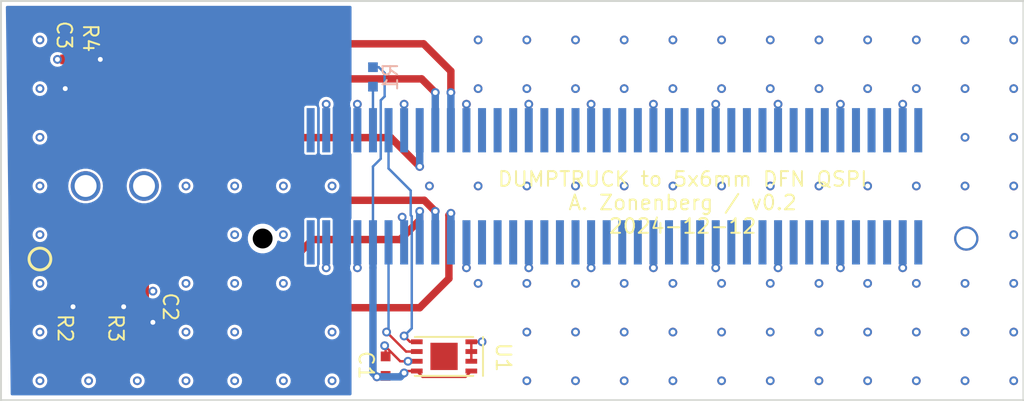
<source format=kicad_pcb>
(kicad_pcb (version 20240108) (generator "pcbnew") (generator_version "8.0")
  (layers (0 "F.Cu" signal) (1 "In1.Cu" signal) (2 "In2.Cu" signal) (31 "B.Cu" signal) (34 "B.Paste" user) (35 "F.Paste" user) (36 "B.SilkS" user "B.Silkscreen") (37 "F.SilkS" user "F.Silkscreen") (38 "B.Mask" user) (39 "F.Mask" user) (44 "Edge.Cuts" user))
  (net 0 "")
  (net 1 "/GND")
  (net 2 "/3V3_EEPROM")
  (net 3 "/VCC")
  (net 11 "/QSPI_DQ0")
  (net 31 "/QSPI_CS_N")
  (net 32 "/QSPI_DQ3")
  (net 40 "/QSPI_DQ1")
  (net 42 "/QSPI_SCK")
  (net 45 "/EEPROM_SDA")
  (net 51 "Net-(J1B-PRESENT)")
  (net 54 "/EEPROM_SCL")
  (net 55 "/QSPI_DQ2")
  (footprint "azonenberg_pcb:DFN_8_SOCKET_MOLDED_5x6MM" (layer "F.Cu") (at 68.25 72.5)
    (property "Reference" "U2" (hide yes))
    (property "Value" "DUT_SOCKET" (hide yes))
    (fp_circle (center -3.25 3.75) (end -2.75 4) (stroke (width 0.15)) (fill none) (layer "F.SilkS"))
    (pad "" np_thru_hole circle (at -0.905 0) (size 1.524 1.524) (drill 1.125) (layers "F&B.Cu" "*.Mask"))
    (pad "" np_thru_hole circle (at 2.095 0) (size 1.524 1.524) (drill 1.125) (layers "F&B.Cu" "*.Mask"))
    (pad "1" smd rect (at -1.905 3.65) (size 0.65 1.7) (layers "F.Cu" "F.Paste" "F.Mask") (net 31 "/QSPI_CS_N"))
    (pad "2" smd rect (at -0.635 3.65) (size 0.65 1.7) (layers "F.Cu" "F.Paste" "F.Mask") (net 40 "/QSPI_DQ1"))
    (pad "3" smd rect (at 0.635 3.65) (size 0.65 1.7) (layers "F.Cu" "F.Paste" "F.Mask") (net 55 "/QSPI_DQ2"))
    (pad "4" smd rect (at 1.905 3.65) (size 0.65 1.7) (layers "F.Cu" "F.Paste" "F.Mask") (net 1 "/GND"))
    (pad "5" smd rect (at 1.905 -3.65) (size 0.65 1.7) (layers "F.Cu" "F.Paste" "F.Mask") (net 11 "/QSPI_DQ0"))
    (pad "6" smd rect (at 0.635 -3.65) (size 0.65 1.7) (layers "F.Cu" "F.Paste" "F.Mask") (net 42 "/QSPI_SCK"))
    (pad "7" smd rect (at -0.635 -3.65) (size 0.65 1.7) (layers "F.Cu" "F.Paste" "F.Mask") (net 32 "/QSPI_DQ3"))
    (pad "8" smd rect (at -1.905 -3.65) (size 0.65 1.7) (layers "F.Cu" "F.Paste" "F.Mask") (net 3 "/VCC"))
  )
  (footprint "azonenberg_pcb:EIA_0402_RES_NOSILK" (layer "F.Cu") (at 66.3 78.2 -90)
    (property "Reference" "R2" (at 1.6 0 -90) (layer "F.SilkS") (effects (font (size 0.75 0.75) (thickness 0.1))))
    (property "Value" "10K" (hide yes))
    (pad "1" smd rect (at -0.499999 0 270) (size 0.5 0.5) (layers "F.Cu" "F.Paste" "F.Mask") (net 31 "/QSPI_CS_N"))
    (pad "2" smd rect (at 0.499999 0 270) (size 0.5 0.5) (layers "F.Cu" "F.Paste" "F.Mask") (net 3 "/VCC"))
  )
  (footprint "azonenberg_pcb:EIA_0402_CAP_NOSILK" (layer "F.Cu") (at 66.3 66.5 90)
    (property "Reference" "C3" (at 1.749999 -0.05 -90) (layer "F.SilkS") (effects (font (size 0.75 0.75) (thickness 0.1))))
    (property "Value" "0.47 uF" (hide yes))
    (pad "1" smd rect (at -0.499999 0 90) (size 0.5 0.5) (layers "F.Cu" "F.Paste" "F.Mask") (net 3 "/VCC"))
    (pad "2" smd rect (at 0.499999 0 90) (size 0.5 0.5) (layers "F.Cu" "F.Paste" "F.Mask") (net 1 "/GND"))
  )
  (footprint "azonenberg_pcb:EIA_0603_CAP_NOSILK" (layer "F.Cu") (at 70.2 78.7 90)
    (property "Reference" "C2" (at 0 1.5 -90) (layer "F.SilkS") (effects (font (size 0.75 0.75) (thickness 0.1))))
    (property "Value" "4.7 uF" (hide yes))
    (pad "1" smd rect (at -0.75 0 90) (size 0.8 0.8) (layers "F.Cu" "F.Paste" "F.Mask") (net 3 "/VCC"))
    (pad "2" smd rect (at 0.75 0 90) (size 0.8 0.8) (layers "F.Cu" "F.Paste" "F.Mask") (net 1 "/GND"))
  )
  (footprint "azonenberg_pcb:EIA_0402_CAP_NOSILK" (layer "F.Cu") (at 82.75 81.75 90)
    (property "Reference" "C1" (at 0.05 -1 -90) (layer "F.SilkS") (effects (font (size 0.75 0.75) (thickness 0.1))))
    (property "Value" "0.47 uF" (hide yes))
    (pad "1" smd rect (at -0.499999 0 90) (size 0.5 0.5) (layers "F.Cu" "F.Paste" "F.Mask") (net 2 "/3V3_EEPROM"))
    (pad "2" smd rect (at 0.499999 0 90) (size 0.5 0.5) (layers "F.Cu" "F.Paste" "F.Mask") (net 1 "/GND"))
  )
  (footprint "azonenberg_pcb:EIA_0402_RES_NOSILK" (layer "F.Cu") (at 67.6 66.5 90)
    (property "Reference" "R4" (at 1.6 0 -90) (layer "F.SilkS") (effects (font (size 0.75 0.75) (thickness 0.1))))
    (property "Value" "10K" (hide yes))
    (pad "1" smd rect (at -0.499999 0 90) (size 0.5 0.5) (layers "F.Cu" "F.Paste" "F.Mask") (net 32 "/QSPI_DQ3"))
    (pad "2" smd rect (at 0.499999 0 90) (size 0.5 0.5) (layers "F.Cu" "F.Paste" "F.Mask") (net 3 "/VCC"))
  )
  (footprint "azonenberg_pcb:DFN_8_0.5MM_2x3MM_TALL" (layer "F.Cu") (at 85.75 81.25 90)
    (property "Reference" "U1" (at -0.05 3.05 -90) (layer "F.SilkS") (effects (font (size 0.75 0.75) (thickness 0.1))))
    (property "Value" "M24C02-RMC6TG" (hide yes))
    (fp_line (start 1 -1.5) (end 1 1.5) (stroke (width 0.1)) (layer "F.SilkS"))
    (fp_line (start -1 -1.5) (end -1 1.5) (stroke (width 0.1)) (layer "F.SilkS"))
    (fp_line (start -1 2) (end 1 2) (stroke (width 0.1)) (layer "F.SilkS"))
    (pad "1" smd rect (at -0.750001 1.4 90) (size 0.25 0.6) (layers "F.Cu" "F.Paste" "F.Mask") (net 2 "/3V3_EEPROM"))
    (pad "2" smd rect (at -0.25 1.4 90) (size 0.25 0.6) (layers "F.Cu" "F.Paste" "F.Mask") (net 1 "/GND"))
    (pad "3" smd rect (at 0.25 1.4 90) (size 0.25 0.6) (layers "F.Cu" "F.Paste" "F.Mask") (net 1 "/GND"))
    (pad "4" smd rect (at 0.750001 1.4 90) (size 0.25 0.6) (layers "F.Cu" "F.Paste" "F.Mask") (net 1 "/GND"))
    (pad "5" smd rect (at 0.750001 -1.4 90) (size 0.25 0.6) (layers "F.Cu" "F.Paste" "F.Mask") (net 45 "/EEPROM_SDA"))
    (pad "6" smd rect (at 0.25 -1.4 90) (size 0.25 0.6) (layers "F.Cu" "F.Paste" "F.Mask") (net 54 "/EEPROM_SCL"))
    (pad "7" smd rect (at -0.25 -1.4 90) (size 0.25 0.6) (layers "F.Cu" "F.Paste" "F.Mask") (net 1 "/GND"))
    (pad "8" smd rect (at -0.750001 -1.4 90) (size 0.25 0.6) (layers "F.Cu" "F.Paste" "F.Mask") (net 2 "/3V3_EEPROM"))
    (pad "PAD" smd rect (at 0 0 90) (size 1.4 1.4) (layers "F.Cu" "F.Mask"))
  )
  (footprint "azonenberg_pcb:EIA_0402_RES_NOSILK" (layer "F.Cu") (at 68.9 78.2 -90)
    (property "Reference" "R3" (at 1.6 0 -90) (layer "F.SilkS") (effects (font (size 0.75 0.75) (thickness 0.1))))
    (property "Value" "10K" (hide yes))
    (pad "1" smd rect (at -0.499999 0 270) (size 0.5 0.5) (layers "F.Cu" "F.Paste" "F.Mask") (net 55 "/QSPI_DQ2"))
    (pad "2" smd rect (at 0.499999 0 270) (size 0.5 0.5) (layers "F.Cu" "F.Paste" "F.Mask") (net 3 "/VCC"))
  )
  (footprint "azonenberg_pcb:EIA_0402_RES_NOSILK" (layer "B.Cu") (at 82.1 66.9 -90)
    (property "Reference" "R1" (at 0 -0.9 90) (layer "B.SilkS") (effects (font (size 0.75 0.75) (thickness 0.1)) (justify mirror)))
    (property "Value" "0" (hide yes))
    (pad "1" smd rect (at -0.499999 0 270) (size 0.5 0.5) (layers "B.Cu" "B.Paste" "B.Mask") (net 2 "/3V3_EEPROM"))
    (pad "2" smd rect (at 0.499999 0 270) (size 0.5 0.5) (layers "B.Cu" "B.Paste" "B.Mask") (net 51 "Net-(J1B-PRESENT)"))
  )
  (footprint "azonenberg_pcb:CONN_SAMTEC_BSE-040-01-L-D-A-TR" (layer "B.Cu") (at 94.5 72.5)
    (property "Reference" "J1" (hide yes))
    (property "Value" "CONN_DUMPTRUCK_DEVICE" (hide yes))
    (pad "" np_thru_hole circle (at -18.064 2.6965) (size 1.25 1.25) (drill 1.02) (layers "Dwgs.User"))
    (pad "" np_thru_hole circle (at 18.064 2.6965) (size 1.25 1.25) (drill 1.016) (layers "F&B.Cu" "Dwgs.User"))
    (pad "1" smd rect (at -15.6 -2.8635) (size 0.41 2.273) (layers "B.Cu" "B.Paste" "B.Mask"))
    (pad "2" smd rect (at -15.6 2.8935) (size 0.41 2.273) (layers "B.Cu" "B.Paste" "B.Mask"))
    (pad "3" smd rect (at -14.8 -2.8635) (size 0.41 2.273) (layers "B.Cu" "B.Paste" "B.Mask") (net 1 "/GND"))
    (pad "4" smd rect (at -14.8 2.8935) (size 0.41 2.273) (layers "B.Cu" "B.Paste" "B.Mask") (net 1 "/GND"))
    (pad "5" smd rect (at -14 -2.8635) (size 0.41 2.273) (layers "B.Cu" "B.Paste" "B.Mask") (net 3 "/VCC"))
    (pad "6" smd rect (at -14 2.8935) (size 0.41 2.273) (layers "B.Cu" "B.Paste" "B.Mask") (net 3 "/VCC"))
    (pad "7" smd rect (at -13.2 -2.8635) (size 0.41 2.273) (layers "B.Cu" "B.Paste" "B.Mask") (net 1 "/GND"))
    (pad "8" smd rect (at -13.2 2.8935) (size 0.41 2.273) (layers "B.Cu" "B.Paste" "B.Mask") (net 1 "/GND"))
    (pad "9" smd rect (at -12.4 -2.8635) (size 0.41 2.273) (layers "B.Cu" "B.Paste" "B.Mask") (net 51 "Net-(J1B-PRESENT)"))
    (pad "10" smd rect (at -12.4 2.8935) (size 0.41 2.273) (layers "B.Cu" "B.Paste" "B.Mask") (net 2 "/3V3_EEPROM"))
    (pad "11" smd rect (at -11.6 -2.8635) (size 0.41 2.273) (layers "B.Cu" "B.Paste" "B.Mask") (net 45 "/EEPROM_SDA"))
    (pad "12" smd rect (at -11.6 2.8935) (size 0.41 2.273) (layers "B.Cu" "B.Paste" "B.Mask") (net 54 "/EEPROM_SCL"))
    (pad "13" smd rect (at -10.8 -2.8635) (size 0.41 2.273) (layers "B.Cu" "B.Paste" "B.Mask") (net 1 "/GND"))
    (pad "14" smd rect (at -10.8 2.8935) (size 0.41 2.273) (layers "B.Cu" "B.Paste" "B.Mask") (net 1 "/GND"))
    (pad "15" smd rect (at -10 -2.8635) (size 0.41 2.273) (layers "B.Cu" "B.Paste" "B.Mask") (net 42 "/QSPI_SCK"))
    (pad "16" smd rect (at -10 2.8935) (size 0.41 2.273) (layers "B.Cu" "B.Paste" "B.Mask") (net 55 "/QSPI_DQ2"))
    (pad "17" smd rect (at -9.2 -2.8635) (size 0.41 2.273) (layers "B.Cu" "B.Paste" "B.Mask") (net 11 "/QSPI_DQ0"))
    (pad "18" smd rect (at -9.2 2.8935) (size 0.41 2.273) (layers "B.Cu" "B.Paste" "B.Mask") (net 40 "/QSPI_DQ1"))
    (pad "19" smd rect (at -8.4 -2.8635) (size 0.41 2.273) (layers "B.Cu" "B.Paste" "B.Mask") (net 32 "/QSPI_DQ3"))
    (pad "20" smd rect (at -8.4 2.8935) (size 0.41 2.273) (layers "B.Cu" "B.Paste" "B.Mask") (net 31 "/QSPI_CS_N"))
    (pad "21" smd rect (at -7.6 -2.8635) (size 0.41 2.273) (layers "B.Cu" "B.Paste" "B.Mask") (net 1 "/GND"))
    (pad "22" smd rect (at -7.6 2.8935) (size 0.41 2.273) (layers "B.Cu" "B.Paste" "B.Mask") (net 1 "/GND"))
    (pad "23" smd rect (at -6.8 -2.8635) (size 0.41 2.273) (layers "B.Cu" "B.Paste" "B.Mask"))
    (pad "24" smd rect (at -6.8 2.8935) (size 0.41 2.273) (layers "B.Cu" "B.Paste" "B.Mask"))
    (pad "25" smd rect (at -6 -2.8635) (size 0.41 2.273) (layers "B.Cu" "B.Paste" "B.Mask"))
    (pad "26" smd rect (at -6 2.8935) (size 0.41 2.273) (layers "B.Cu" "B.Paste" "B.Mask"))
    (pad "27" smd rect (at -5.2 -2.8635) (size 0.41 2.273) (layers "B.Cu" "B.Paste" "B.Mask"))
    (pad "28" smd rect (at -5.2 2.8935) (size 0.41 2.273) (layers "B.Cu" "B.Paste" "B.Mask"))
    (pad "29" smd rect (at -4.4 -2.8635) (size 0.41 2.273) (layers "B.Cu" "B.Paste" "B.Mask") (net 1 "/GND"))
    (pad "30" smd rect (at -4.4 2.8935) (size 0.41 2.273) (layers "B.Cu" "B.Paste" "B.Mask") (net 1 "/GND"))
    (pad "31" smd rect (at -3.6 -2.8635) (size 0.41 2.273) (layers "B.Cu" "B.Paste" "B.Mask"))
    (pad "32" smd rect (at -3.6 2.8935) (size 0.41 2.273) (layers "B.Cu" "B.Paste" "B.Mask"))
    (pad "33" smd rect (at -2.8 -2.8635) (size 0.41 2.273) (layers "B.Cu" "B.Paste" "B.Mask"))
    (pad "34" smd rect (at -2.8 2.8935) (size 0.41 2.273) (layers "B.Cu" "B.Paste" "B.Mask"))
    (pad "35" smd rect (at -2 -2.8635) (size 0.41 2.273) (layers "B.Cu" "B.Paste" "B.Mask"))
    (pad "36" smd rect (at -2 2.8935) (size 0.41 2.273) (layers "B.Cu" "B.Paste" "B.Mask"))
    (pad "37" smd rect (at -1.2 -2.8635) (size 0.41 2.273) (layers "B.Cu" "B.Paste" "B.Mask") (net 1 "/GND"))
    (pad "38" smd rect (at -1.2 2.8935) (size 0.41 2.273) (layers "B.Cu" "B.Paste" "B.Mask") (net 1 "/GND"))
    (pad "39" smd rect (at -0.4 -2.8635) (size 0.41 2.273) (layers "B.Cu" "B.Paste" "B.Mask"))
    (pad "40" smd rect (at -0.4 2.8935) (size 0.41 2.273) (layers "B.Cu" "B.Paste" "B.Mask"))
    (pad "41" smd rect (at 0.4 -2.8635) (size 0.41 2.273) (layers "B.Cu" "B.Paste" "B.Mask"))
    (pad "42" smd rect (at 0.4 2.8935) (size 0.41 2.273) (layers "B.Cu" "B.Paste" "B.Mask"))
    (pad "43" smd rect (at 1.2 -2.8635) (size 0.41 2.273) (layers "B.Cu" "B.Paste" "B.Mask"))
    (pad "44" smd rect (at 1.2 2.8935) (size 0.41 2.273) (layers "B.Cu" "B.Paste" "B.Mask"))
    (pad "45" smd rect (at 2 -2.8635) (size 0.41 2.273) (layers "B.Cu" "B.Paste" "B.Mask") (net 1 "/GND"))
    (pad "46" smd rect (at 2 2.8935) (size 0.41 2.273) (layers "B.Cu" "B.Paste" "B.Mask") (net 1 "/GND"))
    (pad "47" smd rect (at 2.8 -2.8635) (size 0.41 2.273) (layers "B.Cu" "B.Paste" "B.Mask"))
    (pad "48" smd rect (at 2.8 2.8935) (size 0.41 2.273) (layers "B.Cu" "B.Paste" "B.Mask"))
    (pad "49" smd rect (at 3.6 -2.8635) (size 0.41 2.273) (layers "B.Cu" "B.Paste" "B.Mask"))
    (pad "50" smd rect (at 3.6 2.8935) (size 0.41 2.273) (layers "B.Cu" "B.Paste" "B.Mask"))
    (pad "51" smd rect (at 4.4 -2.8635) (size 0.41 2.273) (layers "B.Cu" "B.Paste" "B.Mask"))
    (pad "52" smd rect (at 4.4 2.8935) (size 0.41 2.273) (layers "B.Cu" "B.Paste" "B.Mask"))
    (pad "53" smd rect (at 5.2 -2.8635) (size 0.41 2.273) (layers "B.Cu" "B.Paste" "B.Mask") (net 1 "/GND"))
    (pad "54" smd rect (at 5.2 2.8935) (size 0.41 2.273) (layers "B.Cu" "B.Paste" "B.Mask") (net 1 "/GND"))
    (pad "55" smd rect (at 6 -2.8635) (size 0.41 2.273) (layers "B.Cu" "B.Paste" "B.Mask"))
    (pad "56" smd rect (at 6 2.8935) (size 0.41 2.273) (layers "B.Cu" "B.Paste" "B.Mask"))
    (pad "57" smd rect (at 6.8 -2.8635) (size 0.41 2.273) (layers "B.Cu" "B.Paste" "B.Mask"))
    (pad "58" smd rect (at 6.8 2.8935) (size 0.41 2.273) (layers "B.Cu" "B.Paste" "B.Mask"))
    (pad "59" smd rect (at 7.6 -2.8635) (size 0.41 2.273) (layers "B.Cu" "B.Paste" "B.Mask"))
    (pad "60" smd rect (at 7.6 2.8935) (size 0.41 2.273) (layers "B.Cu" "B.Paste" "B.Mask"))
    (pad "61" smd rect (at 8.4 -2.8635) (size 0.41 2.273) (layers "B.Cu" "B.Paste" "B.Mask") (net 1 "/GND"))
    (pad "62" smd rect (at 8.4 2.8935) (size 0.41 2.273) (layers "B.Cu" "B.Paste" "B.Mask") (net 1 "/GND"))
    (pad "63" smd rect (at 9.2 -2.8635) (size 0.41 2.273) (layers "B.Cu" "B.Paste" "B.Mask"))
    (pad "64" smd rect (at 9.2 2.8935) (size 0.41 2.273) (layers "B.Cu" "B.Paste" "B.Mask"))
    (pad "65" smd rect (at 10 -2.8635) (size 0.41 2.273) (layers "B.Cu" "B.Paste" "B.Mask"))
    (pad "66" smd rect (at 10 2.8935) (size 0.41 2.273) (layers "B.Cu" "B.Paste" "B.Mask"))
    (pad "67" smd rect (at 10.8 -2.8635) (size 0.41 2.273) (layers "B.Cu" "B.Paste" "B.Mask"))
    (pad "68" smd rect (at 10.8 2.8935) (size 0.41 2.273) (layers "B.Cu" "B.Paste" "B.Mask"))
    (pad "69" smd rect (at 11.6 -2.8635) (size 0.41 2.273) (layers "B.Cu" "B.Paste" "B.Mask") (net 1 "/GND"))
    (pad "70" smd rect (at 11.6 2.8935) (size 0.41 2.273) (layers "B.Cu" "B.Paste" "B.Mask") (net 1 "/GND"))
    (pad "71" smd rect (at 12.4 -2.8635) (size 0.41 2.273) (layers "B.Cu" "B.Paste" "B.Mask"))
    (pad "72" smd rect (at 12.4 2.8935) (size 0.41 2.273) (layers "B.Cu" "B.Paste" "B.Mask"))
    (pad "73" smd rect (at 13.2 -2.8635) (size 0.41 2.273) (layers "B.Cu" "B.Paste" "B.Mask"))
    (pad "74" smd rect (at 13.2 2.8935) (size 0.41 2.273) (layers "B.Cu" "B.Paste" "B.Mask"))
    (pad "75" smd rect (at 14 -2.8635) (size 0.41 2.273) (layers "B.Cu" "B.Paste" "B.Mask"))
    (pad "76" smd rect (at 14 2.8935) (size 0.41 2.273) (layers "B.Cu" "B.Paste" "B.Mask"))
    (pad "77" smd rect (at 14.8 -2.8635) (size 0.41 2.273) (layers "B.Cu" "B.Paste" "B.Mask") (net 1 "/GND"))
    (pad "78" smd rect (at 14.8 2.8935) (size 0.41 2.273) (layers "B.Cu" "B.Paste" "B.Mask") (net 1 "/GND"))
    (pad "79" smd rect (at 15.6 -2.8635) (size 0.41 2.273) (layers "B.Cu" "B.Paste" "B.Mask"))
    (pad "80" smd rect (at 15.6 2.8935) (size 0.41 2.273) (layers "B.Cu" "B.Paste" "B.Mask"))
  )
  (gr_rect (start 63 63) (end 115.5 83.5) (stroke (width 0.1)) (fill none) (layer "Edge.Cuts"))
  (gr_text "DUMPTRUCK to 5x6mm DFN QSPI\nA. Zonenberg / v0.2\n2024-12-12" (at 98 75 0) (layer "F.SilkS") (effects (font (size 0.75 0.75) (thickness 0.1)) (justify bottom)))
  (segment (start 65.900001 66.000001) (end 65.9 66) (width 0.381) (layer "F.Cu") (net 1))
  (segment (start 84.35 81.5) (end 83.9 81.5) (width 0.125) (layer "F.Cu") (net 1))
  (segment (start 87.15 81.5) (end 87.15 80.499999) (width 0.125) (layer "F.Cu") (net 1))
  (segment (start 82.75 80.75) (end 82.7 80.7) (width 0.125) (layer "F.Cu") (net 1))
  (segment (start 70.75 77.95) (end 70.8 77.9) (width 0.125) (layer "F.Cu") (net 1))
  (segment (start 83.5 81.5) (end 83.9 81.5) (width 0.125) (layer "F.Cu") (net 1))
  (segment (start 82.75 81.250001) (end 82.75 80.75) (width 0.125) (layer "F.Cu") (net 1))
  (segment (start 66.3 66.000001) (end 65.900001 66.000001) (width 0.381) (layer "F.Cu") (net 1))
  (segment (start 82.7 80.7) (end 83.5 81.5) (width 0.125) (layer "F.Cu") (net 1))
  (segment (start 70.2 77.95) (end 70.75 77.95) (width 0.125) (layer "F.Cu") (net 1))
  (segment (start 70.155 76.15) (end 70.155 77.905) (width 0.381) (layer "F.Cu") (net 1))
  (segment (start 87.7 80.5) (end 87.150001 80.5) (width 0.125) (layer "F.Cu") (net 1))
  (via (at 109.3 68.3) (size 0.45) (drill 0.25) (layers "F.Cu" "B.Cu") (net 1))
  (via (at 100 80) (size 0.45) (drill 0.25) (layers "F.Cu" "B.Cu") (net 1))
  (via (at 112.5 65) (size 0.45) (drill 0.25) (layers "F.Cu" "B.Cu") (net 1))
  (via (at 105 82.5) (size 0.45) (drill 0.25) (layers "F.Cu" "B.Cu") (net 1))
  (via (at 110 67.5) (size 0.45) (drill 0.25) (layers "F.Cu" "B.Cu") (net 1))
  (via (at 97.5 72.5) (size 0.45) (drill 0.25) (layers "F.Cu" "B.Cu") (net 1))
  (via (at 92.5 77.5) (size 0.45) (drill 0.25) (layers "F.Cu" "B.Cu") (net 1))
  (via (at 99.7 76.7) (size 0.45) (drill 0.25) (layers "F.Cu" "B.Cu") (net 1))
  (via (at 90 80) (size 0.45) (drill 0.25) (layers "F.Cu" "B.Cu") (net 1))
  (via (at 87.5 77.5) (size 0.45) (drill 0.25) (layers "F.Cu" "B.Cu") (net 1))
  (via (at 112.5 72.5) (size 0.45) (drill 0.25) (layers "F.Cu" "B.Cu") (net 1))
  (via (at 65 75) (size 0.45) (drill 0.25) (layers "F.Cu" "B.Cu") (net 1))
  (via (at 80 82.5) (size 0.45) (drill 0.25) (layers "F.Cu" "B.Cu") (net 1))
  (via (at 65 82.5) (size 0.45) (drill 0.25) (layers "F.Cu" "B.Cu") (net 1))
  (via (at 75 82.5) (size 0.45) (drill 0.25) (layers "F.Cu" "B.Cu") (net 1))
  (via (at 90 65) (size 0.45) (drill 0.25) (layers "F.Cu" "B.Cu") (net 1))
  (via (at 96.5 76.7) (size 0.45) (drill 0.25) (layers "F.Cu" "B.Cu") (net 1))
  (via (at 100 67.5) (size 0.45) (drill 0.25) (layers "F.Cu" "B.Cu") (net 1))
  (via (at 110 82.5) (size 0.45) (drill 0.25) (layers "F.Cu" "B.Cu") (net 1))
  (via (at 75 75) (size 0.45) (drill 0.25) (layers "F.Cu" "B.Cu") (net 1))
  (via (at 81.3 76.7) (size 0.45) (drill 0.25) (layers "F.Cu" "B.Cu") (net 1))
  (via (at 110 72.5) (size 0.45) (drill 0.25) (layers "F.Cu" "B.Cu") (net 1))
  (via (at 67.5 82.5) (size 0.45) (drill 0.25) (layers "F.Cu" "B.Cu") (net 1))
  (via (at 107.5 82.5) (size 0.45) (drill 0.25) (layers "F.Cu" "B.Cu") (net 1))
  (via (at 107.5 77.5) (size 0.45) (drill 0.25) (layers "F.Cu" "B.Cu") (net 1))
  (via (at 110 77.5) (size 0.45) (drill 0.25) (layers "F.Cu" "B.Cu") (net 1))
  (via (at 102.5 72.5) (size 0.45) (drill 0.25) (layers "F.Cu" "B.Cu") (net 1))
  (via (at 112.5 70) (size 0.45) (drill 0.25) (layers "F.Cu" "B.Cu") (net 1))
  (via (at 105 72.5) (size 0.45) (drill 0.25) (layers "F.Cu" "B.Cu") (net 1))
  (via (at 97.5 77.5) (size 0.45) (drill 0.25) (layers "F.Cu" "B.Cu") (net 1))
  (via (at 102.5 77.5) (size 0.45) (drill 0.25) (layers "F.Cu" "B.Cu") (net 1))
  (via (at 75 77.5) (size 0.45) (drill 0.25) (layers "F.Cu" "B.Cu") (net 1))
  (via (at 81.3 68.3) (size 0.45) (drill 0.25) (layers "F.Cu" "B.Cu") (net 1))
  (via (at 97.5 82.5) (size 0.45) (drill 0.25) (layers "F.Cu" "B.Cu") (net 1))
  (via (at 90 72.5) (size 0.45) (drill 0.25) (layers "F.Cu" "B.Cu") (net 1))
  (via (at 102.5 67.5) (size 0.45) (drill 0.25) (layers "F.Cu" "B.Cu") (net 1))
  (via (at 102.9 68.3) (size 0.45) (drill 0.25) (layers "F.Cu" "B.Cu") (net 1))
  (via (at 95 77.5) (size 0.45) (drill 0.25) (layers "F.Cu" "B.Cu") (net 1))
  (via (at 86.9 68.3) (size 0.45) (drill 0.25) (layers "F.Cu" "B.Cu") (net 1))
  (via (at 102.5 65) (size 0.45) (drill 0.25) (layers "F.Cu" "B.Cu") (net 1))
  (via (at 79.7 68.3) (size 0.45) (drill 0.25) (layers "F.Cu" "B.Cu") (net 1))
  (via (at 83.9 81.5) (size 0.45) (drill 0.25) (layers "F.Cu" "B.Cu") (net 1))
  (via (at 77.5 72.5) (size 0.45) (drill 0.25) (layers "F.Cu" "B.Cu") (net 1))
  (via (at 79.7 76.7) (size 0.45) (drill 0.25) (layers "F.Cu" "B.Cu") (net 1))
  (via (at 105 80) (size 0.45) (drill 0.25) (layers "F.Cu" "B.Cu") (net 1))
  (via (at 110 80) (size 0.45) (drill 0.25) (layers "F.Cu" "B.Cu") (net 1))
  (via (at 80 72.5) (size 0.45) (drill 0.25) (layers "F.Cu" "B.Cu") (net 1))
  (via (at 100 72.5) (size 0.45) (drill 0.25) (layers "F.Cu" "B.Cu") (net 1))
  (via (at 65 65) (size 0.45) (drill 0.25) (layers "F.Cu" "B.Cu") (net 1))
  (via (at 100 65) (size 0.45) (drill 0.25) (layers "F.Cu" "B.Cu") (net 1))
  (via (at 93.3 68.3) (size 0.45) (drill 0.25) (layers "F.Cu" "B.Cu") (net 1))
  (via (at 100 77.5) (size 0.45) (drill 0.25) (layers "F.Cu" "B.Cu") (net 1))
  (via (at 77.5 77.5) (size 0.45) (drill 0.25) (layers "F.Cu" "B.Cu") (net 1))
  (via (at 86.9 76.7) (size 0.45) (drill 0.25) (layers "F.Cu" "B.Cu") (net 1))
  (via (at 115 75) (size 0.45) (drill 0.25) (layers "F.Cu" "B.Cu") (net 1))
  (via (at 77.5 82.5) (size 0.45) (drill 0.25) (layers "F.Cu" "B.Cu") (net 1))
  (via (at 83.7 68.3) (size 0.45) (drill 0.25) (layers "F.Cu" "B.Cu") (net 1))
  (via (at 72.5 77.5) (size 0.45) (drill 0.25) (layers "F.Cu" "B.Cu") (net 1))
  (via (at 90 67.5) (size 0.45) (drill 0.25) (layers "F.Cu" "B.Cu") (net 1))
  (via (at 99.7 68.3) (size 0.45) (drill 0.25) (layers "F.Cu" "B.Cu") (net 1))
  (via (at 70.8 77.9) (size 0.45) (drill 0.25) (layers "F.Cu" "B.Cu") (net 1))
  (via (at 100 82.5) (size 0.45) (drill 0.25) (layers "F.Cu" "B.Cu") (net 1))
  (via (at 90.1 68.3) (size 0.45) (drill 0.25) (layers "F.Cu" "B.Cu") (net 1))
  (via (at 90 77.5) (size 0.45) (drill 0.25) (layers "F.Cu" "B.Cu") (net 1))
  (via (at 87.7 80.5) (size 0.45) (drill 0.25) (layers "F.Cu" "B.Cu") (net 1))
  (via (at 92.5 82.5) (size 0.45) (drill 0.25) (layers "F.Cu" "B.Cu") (net 1))
  (via (at 115 82.5) (size 0.45) (drill 0.25) (layers "F.Cu" "B.Cu") (net 1))
  (via (at 95 82.5) (size 0.45) (drill 0.25) (layers "F.Cu" "B.Cu") (net 1))
  (via (at 115 65) (size 0.45) (drill 0.25) (layers "F.Cu" "B.Cu") (net 1))
  (via (at 65 70) (size 0.45) (drill 0.25) (layers "F.Cu" "B.Cu") (net 1))
  (via (at 65 67.5) (size 0.45) (drill 0.25) (layers "F.Cu" "B.Cu") (net 1))
  (via (at 80 80) (size 0.45) (drill 0.25) (layers "F.Cu" "B.Cu") (net 1))
  (via (at 77.5 75) (size 0.45) (drill 0.25) (layers "F.Cu" "B.Cu") (net 1))
  (via (at 70 82.5) (size 0.45) (drill 0.25) (layers "F.Cu" "B.Cu") (net 1))
  (via (at 102.5 82.5) (size 0.45) (drill 0.25) (layers "F.Cu" "B.Cu") (net 1))
  (via (at 65 77.5) (size 0.45) (drill 0.25) (layers "F.Cu" "B.Cu") (net 1))
  (via (at 95 65) (size 0.45) (drill 0.25) (layers "F.Cu" "B.Cu") (net 1))
  (via (at 107.5 65) (size 0.45) (drill 0.25) (layers "F.Cu" "B.Cu") (net 1))
  (via (at 72.5 72.5) (size 0.45) (drill 0.25) (layers "F.Cu" "B.Cu") (net 1))
  (via (at 105 77.5) (size 0.45) (drill 0.25) (layers "F.Cu" "B.Cu") (net 1))
  (via (at 95 67.5) (size 0.45) (drill 0.25) (layers "F.Cu" "B.Cu") (net 1))
  (via (at 102.5 80) (size 0.45) (drill 0.25) (layers "F.Cu" "B.Cu") (net 1))
  (via (at 75 80) (size 0.45) (drill 0.25) (layers "F.Cu" "B.Cu") (net 1))
  (via (at 115 77.5) (size 0.45) (drill 0.25) (layers "F.Cu" "B.Cu") (net 1))
  (via (at 87.5 67.5) (size 0.45) (drill 0.25) (layers "F.Cu" "B.Cu") (net 1))
  (via (at 106.1 76.7) (size 0.45) (drill 0.25) (layers "F.Cu" "B.Cu") (net 1))
  (via (at 65 80) (size 0.45) (drill 0.25) (layers "F.Cu" "B.Cu") (net 1))
  (via (at 112.5 82.5) (size 0.45) (drill 0.25) (layers "F.Cu" "B.Cu") (net 1))
  (via (at 90.1 76.7) (size 0.45) (drill 0.25) (layers "F.Cu" "B.Cu") (net 1))
  (via (at 107.5 67.5) (size 0.45) (drill 0.25) (layers "F.Cu" "B.Cu") (net 1))
  (via (at 90 82.5) (size 0.45) (drill 0.25) (layers "F.Cu" "B.Cu") (net 1))
  (via (at 110 65) (size 0.45) (drill 0.25) (layers "F.Cu" "B.Cu") (net 1))
  (via (at 75 72.5) (size 0.45) (drill 0.25) (layers "F.Cu" "B.Cu") (net 1))
  (via (at 65 72.5) (size 0.45) (drill 0.25) (layers "F.Cu" "B.Cu") (net 1))
  (via (at 107.5 80) (size 0.45) (drill 0.25) (layers "F.Cu" "B.Cu") (net 1))
  (via (at 95 80) (size 0.45) (drill 0.25) (layers "F.Cu" "B.Cu") (net 1))
  (via (at 92.5 67.5) (size 0.45) (drill 0.25) (layers "F.Cu" "B.Cu") (net 1))
  (via (at 95 72.5) (size 0.45) (drill 0.25) (layers "F.Cu" "B.Cu") (net 1))
  (via (at 87.5 72.5) (size 0.45) (drill 0.25) (layers "F.Cu" "B.Cu") (net 1))
  (via (at 65.9 66) (size 0.45) (drill 0.25) (layers "F.Cu" "B.Cu") (net 1))
  (via (at 112.5 67.5) (size 0.45) (drill 0.25) (layers "F.Cu" "B.Cu") (net 1))
  (via (at 87.5 65) (size 0.45) (drill 0.25) (layers "F.Cu" "B.Cu") (net 1))
  (via (at 115 67.5) (size 0.45) (drill 0.25) (layers "F.Cu" "B.Cu") (net 1))
  (via (at 85 72.5) (size 0.45) (drill 0.25) (layers "F.Cu" "B.Cu") (net 1))
  (via (at 105 65) (size 0.45) (drill 0.25) (layers "F.Cu" "B.Cu") (net 1))
  (via (at 107.5 72.5) (size 0.45) (drill 0.25) (layers "F.Cu" "B.Cu") (net 1))
  (via (at 106.1 68.3) (size 0.45) (drill 0.25) (layers "F.Cu" "B.Cu") (net 1))
  (via (at 93.3 76.7) (size 0.45) (drill 0.25) (layers "F.Cu" "B.Cu") (net 1))
  (via (at 92.5 65) (size 0.45) (drill 0.25) (layers "F.Cu" "B.Cu") (net 1))
  (via (at 109.3 76.7) (size 0.45) (drill 0.25) (layers "F.Cu" "B.Cu") (net 1))
  (via (at 105 67.5) (size 0.45) (drill 0.25) (layers "F.Cu" "B.Cu") (net 1))
  (via (at 115 80) (size 0.45) (drill 0.25) (layers "F.Cu" "B.Cu") (net 1))
  (via (at 92.5 80) (size 0.45) (drill 0.25) (layers "F.Cu" "B.Cu") (net 1))
  (via (at 115 72.5) (size 0.45) (drill 0.25) (layers "F.Cu" "B.Cu") (net 1))
  (via (at 97.5 80) (size 0.45) (drill 0.25) (layers "F.Cu" "B.Cu") (net 1))
  (via (at 97.5 65) (size 0.45) (drill 0.25) (layers "F.Cu" "B.Cu") (net 1))
  (via (at 96.5 68.3) (size 0.45) (drill 0.25) (layers "F.Cu" "B.Cu") (net 1))
  (via (at 112.5 80) (size 0.45) (drill 0.25) (layers "F.Cu" "B.Cu") (net 1))
  (via (at 72.5 82.5) (size 0.45) (drill 0.25) (layers "F.Cu" "B.Cu") (net 1))
  (via (at 97.5 67.5) (size 0.45) (drill 0.25) (layers "F.Cu" "B.Cu") (net 1))
  (via (at 83.6 74.1) (size 0.45) (drill 0.25) (layers "F.Cu" "B.Cu") (net 1))
  (via (at 112.5 77.5) (size 0.45) (drill 0.25) (layers "F.Cu" "B.Cu") (net 1))
  (via (at 102.9 76.7) (size 0.45) (drill 0.25) (layers "F.Cu" "B.Cu") (net 1))
  (via (at 92.5 72.5) (size 0.45) (drill 0.25) (layers "F.Cu" "B.Cu") (net 1))
  (via (at 82.7 80.7) (size 0.45) (drill 0.25) (layers "F.Cu" "B.Cu") (net 1))
  (via (at 72.5 80) (size 0.45) (drill 0.25) (layers "F.Cu" "B.Cu") (net 1))
  (via (at 115 70) (size 0.45) (drill 0.25) (layers "F.Cu" "B.Cu") (net 1))
  (segment (start 83.7 69.6365) (end 83.7 68.3) (width 0.125) (layer "B.Cu") (net 1))
  (segment (start 93.299999 76.699999) (end 93.299999 75.3935) (width 0.125) (layer "B.Cu") (net 1))
  (segment (start 83.7 74.2) (end 83.6 74.1) (width 0.125) (layer "B.Cu") (net 1))
  (segment (start 90.1 68.3) (end 90.1 69.6365) (width 0.125) (layer "B.Cu") (net 1))
  (segment (start 106.1 68.3) (end 106.1 69.6365) (width 0.125) (layer "B.Cu") (net 1))
  (segment (start 83.7 75.3935) (end 83.7 74.2) (width 0.125) (layer "B.Cu") (net 1))
  (segment (start 99.7 68.3) (end 99.7 69.6365) (width 0.125) (layer "B.Cu") (net 1))
  (segment (start 99.7 76.7) (end 99.7 75.3935) (width 0.125) (layer "B.Cu") (net 1))
  (segment (start 93.3 68.3) (end 93.3 69.6365) (width 0.125) (layer "B.Cu") (net 1))
  (segment (start 81.3 76.7) (end 81.3 75.3935) (width 0.125) (layer "B.Cu") (net 1))
  (segment (start 106.1 76.7) (end 106.1 75.3935) (width 0.125) (layer "B.Cu") (net 1))
  (segment (start 93.3 76.7) (end 93.299999 76.699999) (width 0.125) (layer "B.Cu") (net 1))
  (segment (start 96.5 68.3) (end 96.5 69.6365) (width 0.125) (layer "B.Cu") (net 1))
  (segment (start 102.9 68.3) (end 102.9 69.6365) (width 0.125) (layer "B.Cu") (net 1))
  (segment (start 79.7 76.7) (end 79.7 75.3935) (width 0.125) (layer "B.Cu") (net 1))
  (segment (start 102.9 76.7) (end 102.9 75.393501) (width 0.125) (layer "B.Cu") (net 1))
  (segment (start 96.5 76.7) (end 96.5 75.3935) (width 0.125) (layer "B.Cu") (net 1))
  (segment (start 109.3 68.3) (end 109.3 69.6365) (width 0.125) (layer "B.Cu") (net 1))
  (segment (start 79.7 68.3) (end 79.7 69.6365) (width 0.125) (layer "B.Cu") (net 1))
  (segment (start 86.9 68.3) (end 86.9 69.6365) (width 0.125) (layer "B.Cu") (net 1))
  (segment (start 90.1 76.7) (end 90.1 75.3935) (width 0.125) (layer "B.Cu") (net 1))
  (segment (start 81.3 68.3) (end 81.3 69.6365) (width 0.125) (layer "B.Cu") (net 1))
  (segment (start 109.3 76.7) (end 109.3 75.3935) (width 0.125) (layer "B.Cu") (net 1))
  (segment (start 83.799999 82.000001) (end 83.7 82.1) (width 0.125) (layer "F.Cu") (net 2))
  (segment (start 86.850001 82.3) (end 87.15 82.000001) (width 0.125) (layer "F.Cu") (net 2))
  (segment (start 84.649999 82.3) (end 86.850001 82.3) (width 0.125) (layer "F.Cu") (net 2))
  (segment (start 82.3 82.3) (end 82.699999 82.3) (width 0.125) (layer "F.Cu") (net 2))
  (segment (start 82.75 82.249999) (end 83.550001 82.249999) (width 0.125) (layer "F.Cu") (net 2))
  (segment (start 83.550001 82.249999) (end 83.7 82.1) (width 0.125) (layer "F.Cu") (net 2))
  (segment (start 84.35 82.000001) (end 83.799999 82.000001) (width 0.125) (layer "F.Cu") (net 2))
  (segment (start 84.35 82.000001) (end 84.649999 82.3) (width 0.125) (layer "F.Cu") (net 2))
  (via (at 83.7 82.1) (size 0.45) (drill 0.25) (layers "F.Cu" "B.Cu") (net 2))
  (via (at 82.3 82.3) (size 0.45) (drill 0.25) (layers "F.Cu" "B.Cu") (net 2))
  (segment (start 82.1 82.1) (end 82.3 82.3) (width 0.381) (layer "B.Cu") (net 2))
  (segment (start 82.400001 66.400001) (end 82.1 66.400001) (width 0.125) (layer "B.Cu") (net 2))
  (segment (start 82.5 71.1) (end 82.5 68.1) (width 0.125) (layer "B.Cu") (net 2))
  (segment (start 82.7 66.7) (end 82.400001 66.400001) (width 0.125) (layer "B.Cu") (net 2))
  (segment (start 82.1 76.7) (end 82.1 75.3935) (width 0.381) (layer "B.Cu") (net 2))
  (segment (start 82.1 71.5) (end 82.5 71.1) (width 0.125) (layer "B.Cu") (net 2))
  (segment (start 82.099999 76.699999) (end 82.1 76.7) (width 0.125) (layer "B.Cu") (net 2))
  (segment (start 83.5 82.3) (end 83.7 82.1) (width 0.381) (layer "B.Cu") (net 2))
  (segment (start 82.3 82.3) (end 83.5 82.3) (width 0.381) (layer "B.Cu") (net 2))
  (segment (start 82.5 68.1) (end 82.7 67.9) (width 0.125) (layer "B.Cu") (net 2))
  (segment (start 82.1 76.7) (end 82.1 82.1) (width 0.381) (layer "B.Cu") (net 2))
  (segment (start 82.7 67.9) (end 82.7 66.7) (width 0.125) (layer "B.Cu") (net 2))
  (segment (start 82.1 75.3935) (end 82.1 71.5) (width 0.125) (layer "B.Cu") (net 2))
  (segment (start 82.099999 75.3935) (end 82.099999 76.699999) (width 0.125) (layer "B.Cu") (net 2))
  (segment (start 69.3 78.7) (end 68.900001 78.7) (width 0.125) (layer "F.Cu") (net 3))
  (segment (start 70.8 79.5) (end 70.25 79.5) (width 0.125) (layer "F.Cu") (net 3))
  (segment (start 66.3 66.999999) (end 66.3 68.805) (width 0.381) (layer "F.Cu") (net 3))
  (segment (start 66.7 78.7) (end 66.300001 78.7) (width 0.125) (layer "F.Cu") (net 3))
  (segment (start 67.6 66.000001) (end 68.099999 66.000001) (width 0.381) (layer "F.Cu") (net 3))
  (segment (start 68.099999 66.000001) (end 68.1 66) (width 0.381) (layer "F.Cu") (net 3))
  (via (at 66.7 78.7) (size 0.45) (drill 0.25) (layers "F.Cu" "B.Cu") (net 3))
  (via (at 70.8 79.5) (size 0.45) (drill 0.25) (layers "F.Cu" "B.Cu") (net 3))
  (via (at 69.3 78.7) (size 0.45) (drill 0.25) (layers "F.Cu" "B.Cu") (net 3))
  (via (at 66.3 67.5) (size 0.45) (drill 0.25) (layers "F.Cu" "B.Cu") (net 3))
  (via (at 68.1 66) (size 0.45) (drill 0.25) (layers "F.Cu" "B.Cu") (net 3))
  (segment (start 66.3 67.5) (end 66.3 69.7) (width 0.125) (layer "B.Cu") (net 3))
  (segment (start 69.3 78.7) (end 70.1 79.5) (width 0.125) (layer "B.Cu") (net 3))
  (segment (start 65.75 70.25) (end 65.75 77.75) (width 0.125) (layer "B.Cu") (net 3))
  (segment (start 80.5 69.6365) (end 80.5 75.3935) (width 0.125) (layer "B.Cu") (net 3))
  (segment (start 68.1 66) (end 67.8 66) (width 0.125) (layer "B.Cu") (net 3))
  (segment (start 66.75 78.75) (end 69.25 78.75) (width 0.125) (layer "B.Cu") (net 3))
  (segment (start 80.5 66.75) (end 79.75 66) (width 0.125) (layer "B.Cu") (net 3))
  (segment (start 66.3 69.7) (end 65.75 70.25) (width 0.125) (layer "B.Cu") (net 3))
  (segment (start 66.7 78.7) (end 66.75 78.75) (width 0.125) (layer "B.Cu") (net 3))
  (segment (start 65.75 77.75) (end 66.7 78.7) (width 0.125) (layer "B.Cu") (net 3))
  (segment (start 80.5 69.6365) (end 80.5 66.75) (width 0.125) (layer "B.Cu") (net 3))
  (segment (start 67.8 66) (end 66.3 67.5) (width 0.125) (layer "B.Cu") (net 3))
  (segment (start 78.8 79.5) (end 70.8 79.5) (width 0.125) (layer "B.Cu") (net 3))
  (segment (start 80.5 75.3935) (end 80.5 77.8) (width 0.125) (layer "B.Cu") (net 3))
  (segment (start 80.5 77.8) (end 78.8 79.5) (width 0.125) (layer "B.Cu") (net 3))
  (segment (start 69.25 78.75) (end 69.3 78.7) (width 0.125) (layer "B.Cu") (net 3))
  (segment (start 79.75 66) (end 68.1 66) (width 0.125) (layer "B.Cu") (net 3))
  (segment (start 70.1 79.5) (end 70.8 79.5) (width 0.125) (layer "B.Cu") (net 3))
  (segment (start 84.6 67) (end 85.3 67.7) (width 0.381) (layer "F.Cu") (net 11))
  (segment (start 84.6 67) (end 70.75 67) (width 0.381) (layer "F.Cu") (net 11))
  (segment (start 70.155 68.85) (end 70.155 67.595) (width 0.381) (layer "F.Cu") (net 11))
  (segment (start 70.155 67.595) (end 70.75 67) (width 0.381) (layer "F.Cu") (net 11))
  (via (at 85.3 67.7) (size 0.45) (drill 0.25) (layers "F.Cu" "B.Cu") (net 11))
  (segment (start 85.3 67.7) (end 85.3 69.6365) (width 0.381) (layer "B.Cu") (net 11))
  (segment (start 66.3 77.700001) (end 67.200001 77.700001) (width 0.381) (layer "F.Cu") (net 31))
  (segment (start 66.345 76.15) (end 66.345 77.655001) (width 0.381) (layer "F.Cu") (net 31))
  (segment (start 67.75 78.25) (end 67.75 80) (width 0.381) (layer "F.Cu") (net 31))
  (segment (start 86 77.25) (end 86 74) (width 0.381) (layer "F.Cu") (net 31))
  (segment (start 84.5 78.75) (end 86 77.25) (width 0.381) (layer "F.Cu") (net 31))
  (segment (start 67.75 80) (end 68.5 80.75) (width 0.381) (layer "F.Cu") (net 31))
  (segment (start 78.75 78.75) (end 84.5 78.75) (width 0.381) (layer "F.Cu") (net 31))
  (segment (start 86 74) (end 86.1 73.9) (width 0.381) (layer "F.Cu") (net 31))
  (segment (start 76.75 80.75) (end 78.75 78.75) (width 0.381) (layer "F.Cu") (net 31))
  (segment (start 68.5 80.75) (end 76.75 80.75) (width 0.381) (layer "F.Cu") (net 31))
  (segment (start 67.200001 77.700001) (end 67.75 78.25) (width 0.381) (layer "F.Cu") (net 31))
  (via (at 86.1 73.9) (size 0.45) (drill 0.25) (layers "F.Cu" "B.Cu") (net 31))
  (segment (start 86.1 73.9) (end 86.1 75.393499) (width 0.381) (layer "B.Cu") (net 31))
  (segment (start 67.6 66.999999) (end 68.700001 66.999999) (width 0.381) (layer "F.Cu") (net 32))
  (segment (start 68.700001 66.999999) (end 70.5 65.2) (width 0.381) (layer "F.Cu") (net 32))
  (segment (start 84.7 65.2) (end 86.1 66.6) (width 0.381) (layer "F.Cu") (net 32))
  (segment (start 84.7 65.2) (end 70.5 65.2) (width 0.381) (layer "F.Cu") (net 32))
  (segment (start 86.1 66.6) (end 86.1 67.7) (width 0.381) (layer "F.Cu") (net 32))
  (segment (start 67.6 66.999999) (end 67.6 68.835) (width 0.381) (layer "F.Cu") (net 32))
  (via (at 86.1 67.7) (size 0.45) (drill 0.25) (layers "F.Cu" "B.Cu") (net 32))
  (segment (start 86.1 67.7) (end 86.1 69.6365) (width 0.381) (layer "B.Cu") (net 32))
  (segment (start 67.615 74.885) (end 68.625 73.875) (width 0.381) (layer "F.Cu") (net 40))
  (segment (start 67.615 76.15) (end 67.615 74.885) (width 0.381) (layer "F.Cu") (net 40))
  (segment (start 78.875 73.875) (end 79.5155 73.2345) (width 0.381) (layer "F.Cu") (net 40))
  (segment (start 68.625 73.875) (end 78.875 73.875) (width 0.381) (layer "F.Cu") (net 40))
  (segment (start 84.7345 73.2345) (end 85.3 73.8) (width 0.381) (layer "F.Cu") (net 40))
  (segment (start 79.5155 73.2345) (end 84.7345 73.2345) (width 0.381) (layer "F.Cu") (net 40))
  (via (at 85.3 73.8) (size 0.45) (drill 0.25) (layers "F.Cu" "B.Cu") (net 40))
  (segment (start 85.3 73.8) (end 85.3 75.3935) (width 0.381) (layer "B.Cu") (net 40))
  (segment (start 69.37 70.62) (end 71.25 70.62) (width 0.381) (layer "F.Cu") (net 42))
  (segment (start 71.8545 70.0155) (end 83.0155 70.0155) (width 0.381) (layer "F.Cu") (net 42))
  (segment (start 71.25 70.62) (end 71.8545 70.0155) (width 0.381) (layer "F.Cu") (net 42))
  (segment (start 68.885 70.135) (end 69.37 70.62) (width 0.381) (layer "F.Cu") (net 42))
  (segment (start 83.0155 70.0155) (end 84.5 71.5) (width 0.381) (layer "F.Cu") (net 42))
  (segment (start 68.885 68.85) (end 68.885 70.135) (width 0.381) (layer "F.Cu") (net 42))
  (via (at 84.5 71.5) (size 0.45) (drill 0.25) (layers "F.Cu" "B.Cu") (net 42))
  (segment (start 84.5 71.5) (end 84.5 69.6365) (width 0.381) (layer "B.Cu") (net 42))
  (segment (start 84.35 80.499999) (end 83.999999 80.499999) (width 0.125) (layer "F.Cu") (net 45))
  (segment (start 83.999999 80.499999) (end 83.7 80.2) (width 0.125) (layer "F.Cu") (net 45))
  (via (at 83.7 80.2) (size 0.45) (drill 0.25) (layers "F.Cu" "B.Cu") (net 45))
  (segment (start 84.0375 72.7375) (end 84.0375 73.9995) (width 0.125) (layer "B.Cu") (net 45))
  (segment (start 84.0375 73.9995) (end 84.0925 74.0545) (width 0.125) (layer "B.Cu") (net 45))
  (segment (start 84.0925 74.0545) (end 84.0925 79.8075) (width 0.125) (layer "B.Cu") (net 45))
  (segment (start 82.9 69.6365) (end 82.9 71.6) (width 0.125) (layer "B.Cu") (net 45))
  (segment (start 84.0925 79.8075) (end 83.7 80.2) (width 0.125) (layer "B.Cu") (net 45))
  (segment (start 82.9 71.6) (end 84.0375 72.7375) (width 0.125) (layer "B.Cu") (net 45))
  (segment (start 82.1 67.399999) (end 82.1 69.6365) (width 0.125) (layer "B.Cu") (net 51))
  (segment (start 83.8 81) (end 84.35 81) (width 0.125) (layer "F.Cu") (net 54))
  (segment (start 82.8 80) (end 83.8 81) (width 0.125) (layer "F.Cu") (net 54))
  (via (at 82.8 80) (size 0.45) (drill 0.25) (layers "F.Cu" "B.Cu") (net 54))
  (segment (start 82.9 75.3935) (end 82.9 79.9) (width 0.125) (layer "B.Cu") (net 54))
  (segment (start 82.9 79.9) (end 82.8 80) (width 0.125) (layer "B.Cu") (net 54))
  (segment (start 68.885 75.015) (end 69.075 74.825) (width 0.381) (layer "F.Cu") (net 55))
  (segment (start 77.5 76.75) (end 79 75.25) (width 0.381) (layer "F.Cu") (net 55))
  (segment (start 68.885 76.15) (end 68.885 75.015) (width 0.381) (layer "F.Cu") (net 55))
  (segment (start 73.25 76.75) (end 77.5 76.75) (width 0.381) (layer "F.Cu") (net 55))
  (segment (start 68.885 76.15) (end 68.885 77.685001) (width 0.381) (layer "F.Cu") (net 55))
  (segment (start 79 75.25) (end 83.5 75.25) (width 0.381) (layer "F.Cu") (net 55))
  (segment (start 71.325 74.825) (end 73.25 76.75) (width 0.381) (layer "F.Cu") (net 55))
  (segment (start 84.5 74.25) (end 84.5 73.8) (width 0.381) (layer "F.Cu") (net 55))
  (segment (start 83.5 75.25) (end 84.5 74.25) (width 0.381) (layer "F.Cu") (net 55))
  (segment (start 69.075 74.825) (end 71.325 74.825) (width 0.381) (layer "F.Cu") (net 55))
  (via (at 84.5 73.8) (size 0.45) (drill 0.25) (layers "F.Cu" "B.Cu") (net 55))
  (segment (start 84.5 73.8) (end 84.5 75.3935) (width 0.381) (layer "B.Cu") (net 55))
  (zone (net 3) (net_name "/VCC") (layer "B.Cu") (priority 1) (connect_pads thru_hole_only (clearance 0.125)) (min_thickness 0.125) (fill yes (thermal_gap 0.5) (thermal_bridge_width 0.5))
    (polygon (pts (xy 63.25 63.25) (xy 63.5 83.25) (xy 81 83.25) (xy 81 63.25)))
  )
)
</source>
